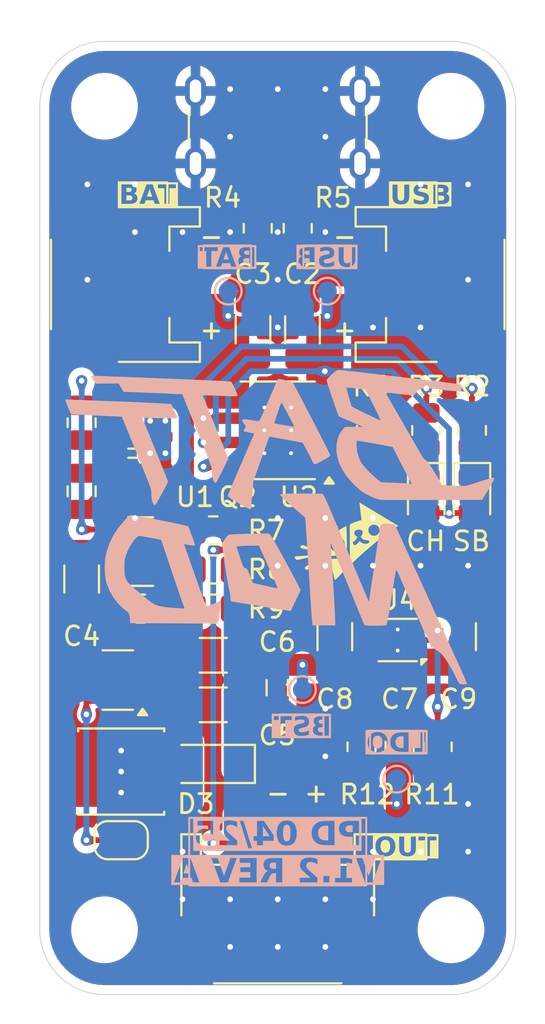
<source format=kicad_pcb>
(kicad_pcb (version 20241229) (generator "pcbnew") (generator_version "9.0")
  (title_block (title "BATTERY MODULE") (date "2025-03-27") (rev "1.2") (company "Chapuzas S.L."))
  (layers (0 "F.Cu" signal) (2 "B.Cu" signal) (13 "F.Paste" user) (15 "B.Paste" user) (5 "F.SilkS" user "F.Silkscreen") (7 "B.SilkS" user "B.Silkscreen") (1 "F.Mask" user) (3 "B.Mask" user) (25 "Edge.Cuts" user))
  (net 0 "")
  (net 1 "GND")
  (net 2 "VUSB")
  (net 3 "VBAT")
  (net 4 "VREG")
  (net 5 "Net-(D3-K)")
  (net 6 "10V5")
  (net 7 "9V")
  (net 8 "Net-(U4-FB)")
  (net 9 "Net-(D1-K)")
  (net 10 "Net-(D2-K)")
  (net 11 "Net-(D3-A)")
  (net 12 "Net-(J2-CC1)")
  (net 13 "Net-(J2-CC2)")
  (net 14 "GBAT")
  (net 15 "Net-(JP1-B)")
  (net 16 "Net-(Q1-G)")
  (net 17 "Net-(Q2-G)")
  (net 18 "Net-(U2-PROG)")
  (net 19 "Net-(U3-FB)")
  (net 20 "BATSW")
  (net 21 "Net-(U2-~{CHRG})")
  (net 22 "Net-(U2-~{STDBY})")
  (net 23 "Net-(U1-SET)")
  (footprint "Resistor_SMD:R_0805_2012Metric" (layer "F.Cu") (at 132.2 100 -90)
    (property "Reference" "R1" (hide yes))
    (property "Value" "10K")
    (pad "1" smd roundrect (at -0.9125 0 270) (size 1.025 1.4) (layers "F.Cu" "F.Mask" "F.Paste") (roundrect_rratio 0.243902) (net 23 "Net-(U1-SET)"))
    (pad "2" smd roundrect (at 0.9125 0 270) (size 1.025 1.4) (layers "F.Cu" "F.Mask" "F.Paste") (roundrect_rratio 0.243902) (net 16 "Net-(Q1-G)"))
  )
  (footprint "MountingHole:MountingHole_3.2mm_M3" (layer "F.Cu") (at 151.6 83.4)
    (property "Reference" "H2" (hide yes))
    (property "Value" "MountingHole" (hide yes))
    (pad "" np_thru_hole circle (at 0 0) (size 3.2 3.2) (drill 3.2) (layers "*.Cu" "*.Mask"))
  )
  (footprint "LED_SMD:LED_0805_2012Metric" (layer "F.Cu") (at 150.3 103.8 -90)
    (property "Reference" "D2" (hide yes))
    (property "Value" "CHRG")
    (pad "1" smd roundrect (at -0.9375 0 270) (size 0.975 1.4) (layers "F.Cu" "F.Mask" "F.Paste") (net 10 "Net-(D2-K)"))
    (pad "2" smd roundrect (at 0.9375 0 270) (size 0.975 1.4) (layers "F.Cu" "F.Mask" "F.Paste") (net 2 "VUSB"))
  )
  (footprint "Resistor_SMD:R_0805_2012Metric" (layer "F.Cu") (at 150.9 117 -90)
    (property "Reference" "R11" (at 2.5 0.3 180) (layer "F.SilkS"))
    (property "Value" "102K")
    (pad "1" smd roundrect (at -0.9125 0 270) (size 1.025 1.4) (layers "F.Cu" "F.Mask" "F.Paste") (roundrect_rratio 0.243902) (net 8 "Net-(U4-FB)"))
    (pad "2" smd roundrect (at 0.9125 0 270) (size 1.025 1.4) (layers "F.Cu" "F.Mask" "F.Paste") (roundrect_rratio 0.243902) (net 7 "9V"))
  )
  (footprint "Custom_Parts:JST_PH_1x02_P2.00MM_SMD_HOR" (layer "F.Cu") (at 135.1 92.75 -90)
    (property "Reference" "J3" (hide yes))
    (property "Value" "BAT")
    (pad "1" smd roundrect (at -1 -2.85 270) (size 1 3.5) (layers "F.Cu" "F.Mask" "F.Paste") (net 14 "GBAT"))
    (pad "2" smd roundrect (at 1 -2.85 270) (size 1 3.5) (layers "F.Cu" "F.Mask" "F.Paste") (net 3 "VBAT"))
    (pad "MP" smd roundrect (at -3.35 2.9 270) (size 1.5 3.4) (layers "F.Cu" "F.Mask" "F.Paste") (roundrect_rratio 0.166667) (net 1 "GND"))
    (pad "MP" smd roundrect (at 3.35 2.9 270) (size 1.5 3.4) (layers "F.Cu" "F.Mask" "F.Paste") (roundrect_rratio 0.166667) (net 1 "GND"))
  )
  (footprint "Custom_Parts:SOT-23_NO_MARK" (layer "F.Cu") (at 135.3 99.8 180)
    (property "Reference" "Q1" (hide yes))
    (property "Value" "SI2312BDS")
    (pad "1" smd roundrect (at -0.9375 -0.95 180) (size 1.475 0.6) (layers "F.Cu" "F.Mask" "F.Paste") (net 16 "Net-(Q1-G)"))
    (pad "2" smd roundrect (at -0.9375 0.95 180) (size 1.475 0.6) (layers "F.Cu" "F.Mask" "F.Paste") (net 14 "GBAT"))
    (pad "3" smd roundrect (at 0.9375 0 180) (size 1.475 0.6) (layers "F.Cu" "F.Mask" "F.Paste") (net 1 "GND"))
  )
  (footprint "MountingHole:MountingHole_3.2mm_M3" (layer "F.Cu") (at 133.4 126.6)
    (property "Reference" "H3" (hide yes))
    (property "Value" "MountingHole" (hide yes))
    (pad "" np_thru_hole circle (at 0 0) (size 3.2 3.2) (drill 3.2) (layers "*.Cu" "*.Mask"))
  )
  (footprint "Capacitor_SMD:C_0805_2012Metric" (layer "F.Cu") (at 132.2 103.6 90)
    (property "Reference" "C1" (hide yes))
    (property "Value" "100n")
    (pad "1" smd roundrect (at -0.95 0 90) (size 1 1.45) (layers "F.Cu" "F.Mask" "F.Paste") (net 3 "VBAT"))
    (pad "2" smd roundrect (at 0.95 0 90) (size 1 1.45) (layers "F.Cu" "F.Mask" "F.Paste") (net 14 "GBAT"))
  )
  (footprint "Package_SON:WSON-6-1EP_2x2mm_P0.65mm_EP1x1.6mm_ThermalVias" (layer "F.Cu") (at 148.8 111.4 180)
    (property "Reference" "U4" (at 0 2.1 180) (layer "F.SilkS"))
    (property "Value" "TLV76701DRVx")
    (pad "1" smd roundrect (at -0.8875 -0.65 180) (size 0.375 0.4) (layers "F.Cu" "F.Mask" "F.Paste") (net 7 "9V"))
    (pad "2" smd roundrect (at -0.8875 0 180) (size 0.375 0.4) (layers "F.Cu" "F.Mask" "F.Paste") (net 8 "Net-(U4-FB)"))
    (pad "3" smd roundrect (at -0.8875 0.65 180) (size 0.375 0.4) (layers "F.Cu" "F.Mask" "F.Paste") (net 1 "GND"))
    (pad "4" smd roundrect (at 0.8875 0.65 180) (size 0.375 0.4) (layers "F.Cu" "F.Mask" "F.Paste") (net 6 "10V5"))
    (pad "5" smd roundrect (at 0.8875 0 180) (size 0.375 0.4) (layers "F.Cu" "F.Mask" "F.Paste") (net 1 "GND"))
    (pad "6" smd roundrect (at 0.8875 -0.65 180) (size 0.375 0.4) (layers "F.Cu" "F.Mask" "F.Paste") (net 6 "10V5"))
    (pad "7" thru_hole circle (at 0 -0.55 180) (size 0.5 0.5) (drill 0.2) (property pad_prop_heatsink) (layers "*.Cu") (net 1 "GND"))
    (pad "7" smd rect (at 0 0 180) (size 0.5 1.6) (property pad_prop_heatsink) (layers "B.Cu") (net 1 "GND"))
    (pad "7" smd rect (at 0 0 180) (size 1 1.6) (property pad_prop_heatsink) (layers "F.Cu" "F.Mask") (net 1 "GND"))
    (pad "7" thru_hole circle (at 0 0.55 180) (size 0.5 0.5) (drill 0.2) (property pad_prop_heatsink) (layers "*.Cu") (net 1 "GND"))
  )
  (footprint "Custom_Parts:SOIC-8-1EP_3.9x4.9MM_P1.27MM_EP2.41x3.3MM" (layer "F.Cu") (at 142.5 100.4 180)
    (property "Reference" "U2" (at -1.1 -3.5 0) (layer "F.SilkS"))
    (property "Value" "TP4056-42-ESOP8")
    (pad "1" smd roundrect (at -2.475 -1.905 180) (size 1.95 0.6) (layers "F.Cu" "F.Mask" "F.Paste") (net 1 "GND"))
    (pad "2" smd roundrect (at -2.475 -0.635 180) (size 1.95 0.6) (layers "F.Cu" "F.Mask" "F.Paste") (net 18 "Net-(U2-PROG)"))
    (pad "3" smd roundrect (at -2.475 0.635 180) (size 1.95 0.6) (layers "F.Cu" "F.Mask" "F.Paste") (net 1 "GND"))
    (pad "4" smd roundrect (at -2.475 1.905 180) (size 1.95 0.6) (layers "F.Cu" "F.Mask" "F.Paste") (net 2 "VUSB"))
    (pad "5" smd roundrect (at 2.475 1.905 180) (size 1.95 0.6) (layers "F.Cu" "F.Mask" "F.Paste") (net 3 "VBAT"))
    (pad "6" smd roundrect (at 2.475 0.635 180) (size 1.95 0.6) (layers "F.Cu" "F.Mask" "F.Paste") (net 22 "Net-(U2-~{STDBY})"))
    (pad "7" smd roundrect (at 2.475 -0.635 180) (size 1.95 0.6) (layers "F.Cu" "F.Mask" "F.Paste") (net 21 "Net-(U2-~{CHRG})"))
    (pad "8" smd roundrect (at 2.475 -1.905 180) (size 1.95 0.6) (layers "F.Cu" "F.Mask" "F.Paste") (net 2 "VUSB"))
    (pad "9" thru_hole circle (at -0.7 -1.2 180) (size 0.5 0.5) (drill 0.2) (property pad_prop_heatsink) (layers "*.Cu") (net 1 "GND"))
    (pad "9" thru_hole circle (at -0.7 0 180) (size 0.5 0.5) (drill 0.2) (property pad_prop_heatsink) (layers "*.Cu") (net 1 "GND"))
    (pad "9" thru_hole circle (at -0.7 1.2 180) (size 0.5 0.5) (drill 0.2) (property pad_prop_heatsink) (layers "*.Cu") (net 1 "GND"))
    (pad "9" smd rect (at 0 0 180) (size 1.9 2.9) (property pad_prop_heatsink) (layers "B.Cu") (net 1 "GND"))
    (pad "9" smd rect (at 0 0 180) (size 2.41 3.3) (property pad_prop_heatsink) (layers "F.Cu" "F.Mask") (net 1 "GND"))
    (pad "9" thru_hole circle (at 0.7 -1.2 180) (size 0.5 0.5) (drill 0.2) (property pad_prop_heatsink) (layers "*.Cu") (net 1 "GND"))
    (pad "9" thru_hole circle (at 0.7 0 180) (size 0.5 0.5) (drill 0.2) (property pad_prop_heatsink) (layers "*.Cu") (net 1 "GND"))
    (pad "9" thru_hole circle (at 0.7 1.2 180) (size 0.5 0.5) (drill 0.2) (property pad_prop_heatsink) (layers "*.Cu") (net 1 "GND"))
  )
  (footprint "MountingHole:MountingHole_3.2mm_M3" (layer "F.Cu") (at 151.6 126.6)
    (property "Reference" "H4" (hide yes))
    (property "Value" "MountingHole" (hide yes))
    (pad "" np_thru_hole circle (at 0 0) (size 3.2 3.2) (drill 3.2) (layers "*.Cu" "*.Mask"))
  )
  (footprint "Custom_Parts:SOT-23_NO_MARK" (layer "F.Cu") (at 135.3 103.4 180)
    (property "Reference" "U1" (at -2.85 -0.5 180) (layer "F.SilkS"))
    (property "Value" "ME2801")
    (pad "1" smd roundrect (at -0.9375 -0.95 180) (size 1.475 0.6) (layers "F.Cu" "F.Mask" "F.Paste") (net 23 "Net-(U1-SET)"))
    (pad "2" smd roundrect (at -0.9375 0.95 180) (size 1.475 0.6) (layers "F.Cu" "F.Mask" "F.Paste") (net 14 "GBAT"))
    (pad "3" smd roundrect (at 0.9375 0 180) (size 1.475 0.6) (layers "F.Cu" "F.Mask" "F.Paste") (net 3 "VBAT"))
  )
  (footprint "Inductor_SMD:L_0805_2012Metric" (layer "F.Cu") (at 142.475 113.9 -90)
    (property "Reference" "FB1" (hide yes))
    (property "Value" "600R")
    (pad "1" smd roundrect (at -1.0625 0 270) (size 0.875 1.2) (layers "F.Cu" "F.Mask" "F.Paste") (net 6 "10V5"))
    (pad "2" smd roundrect (at 1.0625 0 270) (size 0.875 1.2) (layers "F.Cu" "F.Mask" "F.Paste") (net 5 "Net-(D3-K)"))
  )
  (footprint "Capacitor_SMD:C_0805_2012Metric" (layer "F.Cu") (at 148.9 117 -90)
    (property "Reference" "C7" (at -2.5 0 180) (layer "F.SilkS"))
    (property "Value" "10p")
    (pad "1" smd roundrect (at -0.95 0 270) (size 1 1.45) (layers "F.Cu" "F.Mask" "F.Paste") (net 8 "Net-(U4-FB)"))
    (pad "2" smd roundrect (at 0.95 0 270) (size 1 1.45) (layers "F.Cu" "F.Mask" "F.Paste") (net 7 "9V"))
  )
  (footprint "Resistor_SMD:R_0805_2012Metric" (layer "F.Cu") (at 139.1125 109.75)
    (property "Reference" "R9" (at 2.7875 0 0) (layer "F.SilkS"))
    (property "Value" "120K")
    (pad "1" smd roundrect (at -0.9125 0) (size 1.025 1.4) (layers "F.Cu" "F.Mask" "F.Paste") (roundrect_rratio 0.243902) (net 19 "Net-(U3-FB)"))
    (pad "2" smd roundrect (at 0.9125 0) (size 1.025 1.4) (layers "F.Cu" "F.Mask" "F.Paste") (roundrect_rratio 0.243902) (net 6 "10V5"))
  )
  (footprint "Custom_Parts:SOT-23_NO_MARK" (layer "F.Cu") (at 135.3 107 180)
    (property "Reference" "Q2" (at -5.1 3.1 180) (layer "F.SilkS"))
    (property "Value" "SI2301BDS")
    (pad "1" smd roundrect (at -0.9375 -0.95 180) (size 1.475 0.6) (layers "F.Cu" "F.Mask" "F.Paste") (net 17 "Net-(Q2-G)"))
    (pad "2" smd roundrect (at -0.9375 0.95 180) (size 1.475 0.6) (layers "F.Cu" "F.Mask" "F.Paste") (net 3 "VBAT"))
    (pad "3" smd roundrect (at 0.9375 0 180) (size 1.475 0.6) (layers "F.Cu" "F.Mask" "F.Paste") (net 4 "VREG"))
  )
  (footprint "Capacitor_SMD:C_1206_3216Metric" (layer "F.Cu") (at 143.8 95.125 90)
    (property "Reference" "C2" (at 2.925 0 180) (layer "F.SilkS"))
    (property "Value" "10u")
    (pad "1" smd roundrect (at -1.475 0 90) (size 1.15 1.8) (layers "F.Cu" "F.Mask" "F.Paste") (roundrect_rratio 0.217391) (net 2 "VUSB"))
    (pad "2" smd roundrect (at 1.475 0 90) (size 1.15 1.8) (layers "F.Cu" "F.Mask" "F.Paste") (roundrect_rratio 0.217391) (net 1 "GND"))
  )
  (footprint "Resistor_SMD:R_0805_2012Metric" (layer "F.Cu") (at 150.3 100.4 -90)
    (property "Reference" "R3" (at -2.3 0 0) (layer "F.SilkS"))
    (property "Value" "1K")
    (pad "1" smd roundrect (at -0.9125 0 270) (size 1.025 1.4) (layers "F.Cu" "F.Mask" "F.Paste") (roundrect_rratio 0.243902) (net 21 "Net-(U2-~{CHRG})"))
    (pad "2" smd roundrect (at 0.9125 0 270) (size 1.025 1.4) (layers "F.Cu" "F.Mask" "F.Paste") (roundrect_rratio 0.243902) (net 10 "Net-(D2-K)"))
  )
  (footprint "Capacitor_SMD:C_1206_3216Metric" (layer "F.Cu") (at 132.2 108.2 90)
    (property "Reference" "C4" (at -3 0 180) (layer "F.SilkS"))
    (property "Value" "2u2")
    (pad "1" smd roundrect (at -1.475 0 90) (size 1.15 1.8) (layers "F.Cu" "F.Mask" "F.Paste") (roundrect_rratio 0.217391) (net 4 "VREG"))
    (pad "2" smd roundrect (at 1.475 0 90) (size 1.15 1.8) (layers "F.Cu" "F.Mask" "F.Paste") (roundrect_rratio 0.217391) (net 1 "GND"))
  )
  (footprint "Inductor_SMD:L_Changjiang_FNR4030S" (layer "F.Cu") (at 134.275 118.3)
    (property "Reference" "L1" (hide yes))
    (property "Value" "FNR4030S4R7MT")
    (pad "1" smd roundrect (at -1.5 0) (size 1.1 3.7) (layers "F.Cu" "F.Mask" "F.Paste") (roundrect_rratio 0.227273) (net 4 "VREG"))
    (pad "2" smd roundrect (at 1.5 0) (size 1.1 3.7) (layers "F.Cu" "F.Mask" "F.Paste") (roundrect_rratio 0.227273) (net 11 "Net-(D3-A)"))
  )
  (footprint "Package_TO_SOT_SMD:SOT-23-6" (layer "F.Cu") (at 134.1 113.5 180)
    (property "Reference" "U3" (hide yes))
    (property "Value" "TLV61048DBVR")
    (pad "1" smd roundrect (at -1.1375 -0.95 180) (size 1.325 0.6) (layers "F.Cu" "F.Mask" "F.Paste") (net 11 "Net-(D3-A)"))
    (pad "2" smd roundrect (at -1.1375 0 180) (size 1.325 0.6) (layers "F.Cu" "F.Mask" "F.Paste") (net 1 "GND"))
    (pad "3" smd roundrect (at -1.1375 0.95 180) (size 1.325 0.6) (layers "F.Cu" "F.Mask" "F.Paste") (net 19 "Net-(U3-FB)"))
    (pad "4" smd roundrect (at 1.1375 0.95 180) (size 1.325 0.6) (layers "F.Cu" "F.Mask" "F.Paste") (net 4 "VREG"))
    (pad "5" smd roundrect (at 1.1375 0 180) (size 1.325 0.6) (layers "F.Cu" "F.Mask" "F.Paste") (net 4 "VREG"))
    (pad "6" smd roundrect (at 1.1375 -0.95 180) (size 1.325 0.6) (layers "F.Cu" "F.Mask" "F.Paste") (net 15 "Net-(JP1-B)"))
  )
  (footprint "Capacitor_SMD:C_1206_3216Metric" (layer "F.Cu") (at 139.1125 114.8 180)
    (property "Reference" "C5" (at -3.3625 -1.6 0) (layer "F.SilkS"))
    (property "Value" "2u2")
    (pad "1" smd roundrect (at -1.475 0 180) (size 1.15 1.8) (layers "F.Cu" "F.Mask" "F.Paste") (roundrect_rratio 0.217391) (net 5 "Net-(D3-K)"))
    (pad "2" smd roundrect (at 1.475 0 180) (size 1.15 1.8) (layers "F.Cu" "F.Mask" "F.Paste") (roundrect_rratio 0.217391) (net 1 "GND"))
  )
  (footprint "Capacitor_SMD:C_1206_3216Metric" (layer "F.Cu") (at 145.5 111.225 90)
    (property "Reference" "C8" (at -3.275 0 180) (layer "F.SilkS"))
    (property "Value" "2u2")
    (pad "1" smd roundrect (at -1.475 0 90) (size 1.15 1.8) (layers "F.Cu" "F.Mask" "F.Paste") (roundrect_rratio 0.217391) (net 6 "10V5"))
    (pad "2" smd roundrect (at 1.475 0 90) (size 1.15 1.8) (layers "F.Cu" "F.Mask" "F.Paste") (roundrect_rratio 0.217391) (net 1 "GND"))
  )
  (footprint "Resistor_SMD:R_0805_2012Metric" (layer "F.Cu") (at 139.1125 107.7)
    (property "Reference" "R8" (at 2.7875 0 0) (layer "F.SilkS"))
    (property "Value" "10K")
    (pad "1" smd roundrect (at -0.9125 0) (size 1.025 1.4) (layers "F.Cu" "F.Mask" "F.Paste") (roundrect_rratio 0.243902) (net 17 "Net-(Q2-G)"))
    (pad "2" smd roundrect (at 0.9125 0) (size 1.025 1.4) (layers "F.Cu" "F.Mask" "F.Paste") (roundrect_rratio 0.243902) (net 20 "BATSW"))
  )
  (footprint "Resistor_SMD:R_0805_2012Metric" (layer "F.Cu") (at 147.4 100.4 90)
    (property "Reference" "R6" (at 2.3 0 180) (layer "F.SilkS"))
    (property "Value" "2K2")
    (pad "1" smd roundrect (at -0.9125 0 90) (size 1.025 1.4) (layers "F.Cu" "F.Mask" "F.Paste") (roundrect_rratio 0.243902) (net 18 "Net-(U2-PROG)"))
    (pad "2" smd roundrect (at 0.9125 0 90) (size 1.025 1.4) (layers "F.Cu" "F.Mask" "F.Paste") (roundrect_rratio 0.243902) (net 1 "GND"))
  )
  (footprint "Custom_Parts:JST_PH_1x02_P2.00MM_SMD_HOR" (layer "F.Cu") (at 149.9 92.75 90)
    (property "Reference" "J1" (hide yes))
    (property "Value" "USB")
    (pad "1" smd roundrect (at -1 -2.85 90) (size 1 3.5) (layers "F.Cu" "F.Mask" "F.Paste") (net 2 "VUSB"))
    (pad "2" smd roundrect (at 1 -2.85 90) (size 1 3.5) (layers "F.Cu" "F.Mask" "F.Paste") (net 1 "GND"))
    (pad "MP" smd roundrect (at -3.35 2.9 90) (size 1.5 3.4) (layers "F.Cu" "F.Mask" "F.Paste") (roundrect_rratio 0.166667) (net 1 "GND"))
    (pad "MP" smd roundrect (at 3.35 2.9 90) (size 1.5 3.4) (layers "F.Cu" "F.Mask" "F.Paste") (roundrect_rratio 0.166667) (net 1 "GND"))
  )
  (footprint "Jumper:SolderJumper-2_P1.3mm_Open_RoundedPad1.0x1.5mm" (layer "F.Cu") (at 134.275 121.9 180)
    (property "Reference" "JP1" (hide yes))
    (property "Value" "FREQ")
    (pad "1" smd custom (at -0.65 0 180) (size 1 0.5) (layers "F.Cu" "F.Mask") (net 1 "GND") (options (clearance outline) (anchor rect)) (primitives (gr_circle (center 0 0.25) (end 0.5 0.25) (width 0) (fill yes)) (gr_circle (center 0 -0.25) (end 0.5 -0.25) (width 0) (fill yes)) (gr_poly (pts (xy 0.5 0.75) (xy 0 0.75) (xy 0 -0.75) (xy 0.5 -0.75)) (width 0) (fill yes))))
    (pad "2" smd custom (at 0.65 0 180) (size 1 0.5) (layers "F.Cu" "F.Mask") (net 15 "Net-(JP1-B)") (options (clearance outline) (anchor rect)) (primitives (gr_circle (center 0 0.25) (end 0.5 0.25) (width 0) (fill yes)) (gr_circle (center 0 -0.25) (end 0.5 -0.25) (width 0) (fill yes)) (gr_poly (pts (xy 0 0.75) (xy -0.5 0.75) (xy -0.5 -0.75) (xy 0 -0.75)) (width 0) (fill yes))))
  )
  (footprint "Connector_USB:USB_C_Receptacle_GCT_USB4125-xx-x_6P_TopMnt_Horizontal" (layer "F.Cu") (at 142.5 83.4 180)
    (property "Reference" "J2" (hide yes))
    (property "Value" "USB_C_Receptacle_PowerOnly_6P")
    (pad "A5" smd roundrect (at -0.5 -3.08 180) (size 0.7 1.2) (layers "F.Cu" "F.Mask" "F.Paste") (net 12 "Net-(J2-CC1)"))
    (pad "A9" smd roundrect (at 1.52 -3.08) (size 0.76 1.2) (layers "F.Cu" "F.Mask" "F.Paste") (net 2 "VUSB"))
    (pad "A12" smd roundrect (at 2.75 -3.08) (size 0.8 1.2) (layers "F.Cu" "F.Mask" "F.Paste") (net 1 "GND"))
    (pad "B5" smd roundrect (at 0.5 -3.08) (size 0.7 1.2) (layers "F.Cu" "F.Mask" "F.Paste") (net 13 "Net-(J2-CC2)"))
    (pad "B9" smd roundrect (at -1.52 -3.08 180) (size 0.76 1.2) (layers "F.Cu" "F.Mask" "F.Paste") (net 2 "VUSB"))
    (pad "B12" smd roundrect (at -2.75 -3.08 180) (size 0.8 1.2) (layers "F.Cu" "F.Mask" "F.Paste") (net 1 "GND"))
    (pad "S1" thru_hole oval (at -4.32 -3 180) (size 1.1 1.7) (drill oval 0.6 1.2) (property pad_prop_heatsink) (layers "*.Cu" "*.Mask" "F.Paste") (net 1 "GND"))
    (pad "S1" thru_hole oval (at -4.32 0.8 180) (size 1.1 1.7) (drill oval 0.6 1.2) (property pad_prop_heatsink) (layers "*.Cu" "*.Mask" "F.Paste") (net 1 "GND"))
    (pad "S1" thru_hole oval (at 4.32 -3 180) (size 1.1 1.7) (drill oval 0.6 1.2) (property pad_prop_heatsink) (layers "*.Cu" "*.Mask" "F.Paste") (net 1 "GND"))
    (pad "S1" thru_hole oval (at 4.32 0.8 180) (size 1.1 1.7) (drill oval 0.6 1.2) (property pad_prop_heatsink) (layers "*.Cu" "*.Mask" "F.Paste") (net 1 "GND"))
  )
  (footprint "Resistor_SMD:R_0805_2012Metric" (layer "F.Cu") (at 135.3 109.75 180)
    (property "Reference" "R10" (hide yes))
    (property "Value" "10K")
    (pad "1" smd roundrect (at -0.9125 0 180) (size 1.025 1.4) (layers "F.Cu" "F.Mask" "F.Paste") (roundrect_rratio 0.243902) (net 19 "Net-(U3-FB)"))
    (pad "2" smd roundrect (at 0.9125 0 180) (size 1.025 1.4) (layers "F.Cu" "F.Mask" "F.Paste") (roundrect_rratio 0.243902) (net 1 "GND"))
  )
  (footprint "Resistor_SMD:R_0805_2012Metric" (layer "F.Cu") (at 146.9 117 -90)
    (property "Reference" "R12" (at 2.5 -0.3 180) (layer "F.SilkS"))
    (property "Value" "10K")
    (pad "1" smd roundrect (at -0.9125 0 270) (size 1.025 1.4) (layers "F.Cu" "F.Mask" "F.Paste") (roundrect_rratio 0.243902) (net 8 "Net-(U4-FB)"))
    (pad "2" smd roundrect (at 0.9125 0 270) (size 1.025 1.4) (layers "F.Cu" "F.Mask" "F.Paste") (roundrect_rratio 0.243902) (net 1 "GND"))
  )
  (footprint "Capacitor_SMD:C_1206_3216Metric" (layer "F.Cu") (at 141.2 95.125 90)
    (property "Reference" "C3" (at 2.925 0 180) (layer "F.SilkS"))
    (property "Value" "10u")
    (pad "1" smd roundrect (at -1.475 0 90) (size 1.15 1.8) (layers "F.Cu" "F.Mask" "F.Paste") (roundrect_rratio 0.217391) (net 3 "VBAT"))
    (pad "2" smd roundrect (at 1.475 0 90) (size 1.15 1.8) (layers "F.Cu" "F.Mask" "F.Paste") (roundrect_rratio 0.217391) (net 1 "GND"))
  )
  (footprint "Resistor_SMD:R_0805_2012Metric" (layer "F.Cu") (at 152.7 100.4 -90)
    (property "Reference" "R2" (at -2.3 0 0) (layer "F.SilkS"))
    (property "Value" "1K")
    (pad "1" smd roundrect (at -0.9125 0 270) (size 1.025 1.4) (layers "F.Cu" "F.Mask" "F.Paste") (roundrect_rratio 0.243902) (net 22 "Net-(U2-~{STDBY})"))
    (pad "2" smd roundrect (at 0.9125 0 270) (size 1.025 1.4) (layers "F.Cu" "F.Mask" "F.Paste") (roundrect_rratio 0.243902) (net 9 "Net-(D1-K)"))
  )
  (footprint "Resistor_SMD:R_0805_2012Metric" (layer "F.Cu") (at 141.450001 89.8 -90)
    (property "Reference" "R4" (at -1.6 1.850001 180) (layer "F.SilkS"))
    (property "Value" "5K1")
    (pad "1" smd roundrect (at -0.9125 0 270) (size 1.025 1.4) (layers "F.Cu" "F.Mask" "F.Paste") (roundrect_rratio 0.243902) (net 13 "Net-(J2-CC2)"))
    (pad "2" smd roundrect (at 0.9125 0 270) (size 1.025 1.4) (layers "F.Cu" "F.Mask" "F.Paste") (roundrect_rratio 0.243902) (net 1 "GND"))
  )
  (footprint "LED_SMD:LED_0805_2012Metric" (layer "F.Cu") (at 152.7 103.8 -90)
    (property "Reference" "D1" (hide yes))
    (property "Value" "STBY")
    (pad "1" smd roundrect (at -0.9375 0 270) (size 0.975 1.4) (layers "F.Cu" "F.Mask" "F.Paste") (net 9 "Net-(D1-K)"))
    (pad "2" smd roundrect (at 0.9375 0 270) (size 0.975 1.4) (layers "F.Cu" "F.Mask" "F.Paste") (net 2 "VUSB"))
  )
  (footprint "Resistor_SMD:R_0805_2012Metric" (layer "F.Cu") (at 143.55 89.8 -90)
    (property "Reference" "R5" (at -1.6 -1.85 180) (layer "F.SilkS"))
    (property "Value" "5K1")
    (pad "1" smd roundrect (at -0.9125 0 270) (size 1.025 1.4) (layers "F.Cu" "F.Mask" "F.Paste") (roundrect_rratio 0.243902) (net 12 "Net-(J2-CC1)"))
    (pad "2" smd roundrect (at 0.9125 0 270) (size 1.025 1.4) (layers "F.Cu" "F.Mask" "F.Paste") (roundrect_rratio 0.243902) (net 1 "GND"))
  )
  (footprint "Capacitor_SMD:C_1206_3216Metric" (layer "F.Cu") (at 152 111.225 90)
    (property "Reference" "C9" (at -3.275 0 180) (layer "F.SilkS"))
    (property "Value" "2u2")
    (pad "1" smd roundrect (at -1.475 0 90) (size 1.15 1.8) (layers "F.Cu" "F.Mask" "F.Paste") (roundrect_rratio 0.217391) (net 7 "9V"))
    (pad "2" smd roundrect (at 1.475 0 90) (size 1.15 1.8) (layers "F.Cu" "F.Mask" "F.Paste") (roundrect_rratio 0.217391) (net 1 "GND"))
  )
  (footprint "Custom_Parts:JST_PH_1x03_P2.00MM_SMD_HOR" (layer "F.Cu") (at 142.5 124.9)
    (property "Reference" "J4" (hide yes))
    (property "Value" "OUT")
    (pad "1" smd roundrect (at -2 -2.85) (size 1 3.5) (layers "F.Cu" "F.Mask" "F.Paste") (net 20 "BATSW"))
    (pad "2" smd roundrect (at 0 -2.85) (size 1 3.5) (layers "F.Cu" "F.Mask" "F.Paste") (net 1 "GND"))
    (pad "3" smd roundrect (at 2 -2.85) (size 1 3.5) (layers "F.Cu" "F.Mask" "F.Paste") (net 7 "9V"))
    (pad "MP" smd roundrect (at -4.35 2.9) (size 1.5 3.4) (layers "F.Cu" "F.Mask" "F.Paste") (roundrect_rratio 0.166667) (net 1 "GND"))
    (pad "MP" smd roundrect (at 4.35 2.9) (size 1.5 3.4) (layers "F.Cu" "F.Mask" "F.Paste") (roundrect_rratio 0.166667) (net 1 "GND"))
  )
  (footprint "MountingHole:MountingHole_3.2mm_M3" (layer "F.Cu") (at 133.4 83.4)
    (property "Reference" "H1" (hide yes))
    (property "Value" "MountingHole" (hide yes))
    (pad "" np_thru_hole circle (at 0 0) (size 3.2 3.2) (drill 3.2) (layers "*.Cu" "*.Mask"))
  )
  (footprint "Capacitor_SMD:C_1206_3216Metric" (layer "F.Cu") (at 139.1125 112.2 180)
    (property "Reference" "C6" (at -3.3625 0.7 0) (layer "F.SilkS"))
    (property "Value" "2u2")
    (pad "1" smd roundrect (at -1.475 0 180) (size 1.15 1.8) (layers "F.Cu" "F.Mask" "F.Paste") (roundrect_rratio 0.217391) (net 6 "10V5"))
    (pad "2" smd roundrect (at 1.475 0 180) (size 1.15 1.8) (layers "F.Cu" "F.Mask" "F.Paste") (roundrect_rratio 0.217391) (net 1 "GND"))
  )
  (footprint "Resistor_SMD:R_0805_2012Metric" (layer "F.Cu") (at 139.1125 105.65)
    (property "Reference" "R7" (at 2.7875 0 0) (layer "F.SilkS"))
    (property "Value" "1M")
    (pad "1" smd roundrect (at -0.9125 0) (size 1.025 1.4) (layers "F.Cu" "F.Mask" "F.Paste") (roundrect_rratio 0.243902) (net 3 "VBAT"))
    (pad "2" smd roundrect (at 0.9125 0) (size 1.025 1.4) (layers "F.Cu" "F.Mask" "F.Paste") (roundrect_rratio 0.243902) (net 20 "BATSW"))
  )
  (footprint "Logos:Cat" (layer "F.Cu") (at 146.1 106.2 180)
    (property "Reference" "G***" (hide yes))
    (property "Value" "LOGO" (hide yes))
  )
  (footprint "Diode_SMD:D_SOD-123F" (layer "F.Cu") (at 139.09 117.9 180)
    (property "Reference" "D3" (at 0.89 -2.1 0) (layer "F.SilkS"))
    (property "Value" "DSS34")
    (pad "1" smd roundrect (at -1.4 0 180) (size 1.1 1.1) (layers "F.Cu" "F.Mask" "F.Paste") (roundrect_rratio 0.2272727273) (net 5 "Net-(D3-K)"))
    (pad "2" smd roundrect (at 1.4 0 180) (size 1.1 1.1) (layers "F.Cu" "F.Mask" "F.Paste") (roundrect_rratio 0.2272727273) (net 11 "Net-(D3-A)"))
  )
  (footprint "TestPoint:TestPoint_Pad_D1.0mm" (layer "B.Cu") (at 148.75 118.7)
    (property "Reference" "TP4" (hide yes))
    (property "Value" "LDO" (at 0.02 -1.85 180) (layer "B.SilkS" knockout) (effects (font (thickness 0.2) (bold yes)) (justify mirror)))
    (pad "1" smd circle (at 0 0) (size 1 1) (layers "B.Cu" "B.Mask") (net 7 "9V"))
  )
  (footprint "TestPoint:TestPoint_Pad_D1.0mm" (layer "B.Cu") (at 139.9 93.1)
    (property "Reference" "TP2" (hide yes))
    (property "Value" "BAT" (at 0 -1.7 180) (layer "B.SilkS" knockout) (effects (font (thickness 0.2) (bold yes)) (justify mirror)))
    (pad "1" smd circle (at 0 0) (size 1 1) (layers "B.Cu" "B.Mask") (net 3 "VBAT"))
  )
  (footprint "TestPoint:TestPoint_Pad_D1.0mm" (layer "B.Cu") (at 145.1 93.1)
    (property "Reference" "TP1" (hide yes))
    (property "Value" "USB" (at 0 -1.7 180) (layer "B.SilkS" knockout) (effects (font (thickness 0.2) (bold yes)) (justify mirror)))
    (pad "1" smd circle (at 0 0) (size 1 1) (layers "B.Cu" "B.Mask") (net 2 "VUSB"))
  )
  (footprint "TestPoint:TestPoint_Pad_D1.0mm" (layer "B.Cu") (at 143.8 114)
    (property "Reference" "TP3" (hide yes))
    (property "Value" "BST" (at 0 2 180) (layer "B.SilkS" knockout) (effects (font (thickness 0.2) (bold yes)) (justify mirror)))
    (pad "1" smd circle (at 0 0) (size 1 1) (layers "B.Cu" "B.Mask") (net 6 "10V5"))
  )
  (footprint "Logos:BattMod" (layer "B.Cu") (at 139.946058 105.4 180)
    (property "Reference" "G***" (hide yes))
    (property "Value" "LOGO" (hide yes))
  )
  (gr_rect (start 134.16 87.4) (end 136.7 88.69) (stroke (width 0.12)) (fill no) (layer "F.SilkS"))
  (gr_rect (start 147.56 121.59) (end 150.3 122.9) (stroke (width 0.12)) (fill no) (layer "F.SilkS"))
  (gr_rect (start 148.4 87.4) (end 150.84 88.69) (stroke (width 0.12)) (fill no) (layer "F.SilkS"))
  (gr_rect (start 143.85 90.7) (end 146.35 91.9) (stroke (width 0.1)) (fill no) (layer "B.SilkS"))
  (gr_rect (start 147.35 116.155) (end 150.15 117.355) (stroke (width 0.1)) (fill no) (layer "B.SilkS"))
  (gr_rect (start 142.6 115.3) (end 144.9 116.5) (stroke (width 0.1)) (fill no) (layer "B.SilkS"))
  (gr_rect (start 138.6 90.7) (end 141.1 91.9) (stroke (width 0.1)) (fill no) (layer "B.SilkS"))
  (gr_rect (start 137.85 120.725) (end 147.15 124.275) (stroke (width 0.1)) (fill no) (layer "B.SilkS"))
  (gr_arc (start 151.6 80) (mid 154.004163 80.995837) (end 155 83.4) (stroke (width 0.05)) (layer "Edge.Cuts"))
  (gr_line (start 151.6 130) (end 133.4 130) (stroke (width 0.05)) (layer "Edge.Cuts"))
  (gr_line (start 130 126.6) (end 130 83.4) (stroke (width 0.05)) (layer "Edge.Cuts"))
  (gr_line (start 133.4 80) (end 151.6 80) (stroke (width 0.05)) (layer "Edge.Cuts"))
  (gr_arc (start 133.4 130) (mid 130.995837 129.004163) (end 130 126.6) (stroke (width 0.05)) (layer "Edge.Cuts"))
  (gr_arc (start 130 83.4) (mid 130.995837 80.995837) (end 133.4 80) (stroke (width 0.05)) (layer "Edge.Cuts"))
  (gr_line (start 155 83.4) (end 155 126.6) (stroke (width 0.05)) (layer "Edge.Cuts"))
  (gr_arc (start 155 126.6) (mid 154.004163 129.004163) (end 151.6 130) (stroke (width 0.05)) (layer "Edge.Cuts"))
  (gr_text "-" (at 138.3 90.8 0) (layer "F.SilkS") (effects (font (size 1 1)) (justify left bottom)))
  (gr_text "+" (at 143.8 120 0) (layer "F.SilkS") (effects (font (size 1 1)) (justify left bottom)))
  (gr_text "-" (at 141.8 120 0) (layer "F.SilkS") (effects (font (size 1 1)) (justify left bottom)))
  (gr_text "BAT" (at 134.16 88.69 0) (layer "F.SilkS" knockout) (effects (font (size 1 1) (thickness 0.2) (bold yes)) (justify left bottom)))
  (gr_text "+" (at 145.3 95.7 0) (layer "F.SilkS") (effects (font (size 1 1)) (justify left bottom)))
  (gr_text "CH" (at 149.151191 106.8 0) (layer "F.SilkS") (effects (font (size 1 1)) (justify left bottom)))
  (gr_text "USB" (at 148.4 88.7 0) (layer "F.SilkS" knockout) (effects (font (size 1 1) (thickness 0.2) (bold yes)) (justify left bottom)))
  (gr_text "-" (at 145.3 90.8 0) (layer "F.SilkS") (effects (font (size 1 1)) (justify left bottom)))
  (gr_text "OUT" (at 147.56 122.9 0) (layer "F.SilkS" knockout) (effects (font (size 1 1) (thickness 0.2) (bold yes)) (justify left bottom)))
  (gr_text "SB" (at 151.59881 106.8 0) (layer "F.SilkS") (effects (font (size 1 1)) (justify left bottom)))
  (gr_text "+" (at 138.3 95.7 0) (layer "F.SilkS") (effects (font (size 1 1)) (justify left bottom)))
  (gr_text "PD 04/25" (at 142.5 122.375 0) (layer "B.SilkS" knockout) (effects (font (size 1.25 1.25) (thickness 0.25) (bold yes)) (justify bottom mirror)))
  (gr_text "V1.2 REV A" (at 142.5 124.325 0) (layer "B.SilkS" knockout) (effects (font (size 1.25 1.25) (thickness 0.25) (bold yes)) (justify bottom mirror)))
  (segment (start 134.3875 109.75) (end 134.1 110.0375) (width 0.5) (layer "F.Cu") (net 1))
  (segment (start 147.95 111.4) (end 148.8 111.4) (width 0.4) (layer "F.Cu") (net 1))
  (segment (start 134.1 110.0375) (end 134.1 117.025) (width 0.5) (layer "F.Cu") (net 1))
  (segment (start 134.1 117.025) (end 134.275 117.2) (width 0.5) (layer "F.Cu") (net 1))
  (via (at 145 85) (size 0.6) (drill 0.3) (layers "F.Cu" "B.Cu") (net 1))
  (via (at 142.5 82.5) (size 0.6) (drill 0.3) (layers "F.Cu" "B.Cu") (net 1))
  (via (at 135 90) (size 0.6) (drill 0.3) (layers "F.Cu" "B.Cu") (net 1))
  (via (at 137.5 125) (size 0.6) (drill 0.3) (layers "F.Cu" "B.Cu") (net 1))
  (via (at 147.5 105) (size 0.6) (drill 0.3) (layers "F.Cu" "B.Cu") (net 1))
  (via (at 145 82.5) (size 0.6) (drill 0.3) (layers "F.Cu" "B.Cu") (net 1))
  (via (at 140 90) (size 0.6) (drill 0.3) (layers "F.Cu" "B.Cu") (net 1))
  (via (at 135 87.5) (size 0.6) (drill 0.3) (layers "F.Cu" "B.Cu") (net 1))
  (via (at 145 117.5) (size 0.6) (drill 0.3) (layers "F.Cu" "B.Cu") (net 1))
  (via (at 147.5 95) (size 0.6) (drill 0.3) (layers "F.Cu" "B.Cu") (net 1))
  (via (at 145 107.5) (size 0.6) (drill 0.3) (layers "F.Cu" "B.Cu") (net 1))
  (via (at 134.275 118.3) (size 0.6) (drill 0.3) (layers "F.Cu" "B.Cu") (net 1))
  (via (at 132.5 87.5) (size 0.6) (drill 0.3) (layers "F.Cu" "B.Cu") (net 1))
  (via (at 145 90) (size 0.6) (drill 0.3) (layers "F.Cu" "B.Cu") (net 1))
  (via (at 142.5 125) (size 0.6) (drill 0.3) (layers "F.Cu" "B.Cu") (net 1))
  (via (at 152.5 120) (size 0.6) (drill 0.3) (layers "F.Cu" "B.Cu") (net 1))
  (via (at 137.5 122.5) (size 0.6) (drill 0.3) (layers "F.Cu" "B.Cu") (net 1))
  (via (at 145 127.5) (size 0.6) (drill 0.3) (layers "F.Cu" "B.Cu") (net 1))
  (via (at 150 122.5) (size 0.6) (drill 0.3) (layers "F.Cu" "B.Cu") (net 1))
  (via (at 147.5 125) (size 0.6) (drill 0.3) (layers "F.Cu" "B.Cu") (net 1))
  (via (at 140 85) (size 0.6) (drill 0.3) (layers "F.Cu" "B.Cu") (net 1))
  (via (at 142.5 92.5) (size 0.6) (drill 0.3) (layers "F.Cu" "B.Cu") (net 1))
  (via (at 134.275 117.2) (size 0.6) (drill 0.3) (layers "F.Cu" "B.Cu") (net 1))
  (via (at 142.5 90) (size 0.6) (drill 0.3) (layers "F.Cu" "B.Cu") (net 1))
  (via (at 147.5 122.5) (size 0.6) (drill 0.3) (layers "F.Cu" "B.Cu") (net 1))
  (via (at 145 125) (size 0.6) (drill 0.3) (layers "F.Cu" "B.Cu") (net 1))
  (via (at 142.5 127.5) (size 0.6) (drill 0.3) (layers "F.Cu" "B.Cu") (net 1))
  (via (at 145 105) (size 0.6) (drill 0.3) (layers "F.Cu" "B.Cu") (net 1))
  (via (at 140 127.5) (size 0.6) (drill 0.3) (layers "F.Cu" "B.Cu") (net 1))
  (via (at 150 107.5) (size 0.6) (drill 0.3) (layers "F.Cu" "B.Cu") (net 1))
  (via (at 142.5 107.5) (size 0.6) (drill 0.3) (layers "F.Cu" "B.Cu") (net 1))
  (via (at 134.275 119.4) (size 0.6) (drill 0.3) (layers "F.Cu" "B.Cu") (net 1))
  (via (at 152.5 107.5) (size 0.6) (drill 0.3) (layers "F.Cu" "B.Cu") (net 1))
  (via (at 150 87.5) (size 0.6) (drill 0.3) (layers "F.Cu" "B.Cu") (net 1))
  (via (at 150 95) (size 0.6) (drill 0.3) (layers "F.Cu" "B.Cu") (net 1))
  (via (at 140 82.5) (size 0.6) (drill 0.3) (layers "F.Cu" "B.Cu") (net 1))
  (via (at 132.5 92.5) (size 0.6) (drill 0.3) (layers "F.Cu" "B.Cu") (net 1))
  (via (at 147.5 107.5) (size 0.6) (drill 0.3) (layers "F.Cu" "B.Cu") (net 1))
  (via (at 135 105) (size 0.6) (drill 0.3) (layers "F.Cu" "B.Cu") (net 1))
  (via (at 145 115) (size 0.6) (drill 0.3) (layers "F.Cu" "B.Cu") (net 1))
  (via (at 137.5 90) (size 0.6) (drill 0.3) (layers "F.Cu" "B.Cu") (net 1))
  (via (at 142.5 95) (size 0.6) (drill 0.3) (layers "F.Cu" "B.Cu") (net 1))
  (via (at 140 125) (size 0.6) (drill 0.3) (layers "F.Cu" "B.Cu") (net 1))
  (via (at 142.5 105) (size 0.6) (drill 0.3) (layers "F.Cu" "B.Cu") (net 1))
  (via (at 152.5 122.5) (size 0.6) (drill 0.3) (layers "F.Cu" "B.Cu") (net 1))
  (via (at 152.5 92.5) (size 0.6) (drill 0.3) (layers "F.Cu" "B.Cu") (net 1))
  (via (at 152.5 87.5) (size 0.6) (drill 0.3) (layers "F.Cu" "B.Cu") (net 1))
  (segment (start 149.6 92.5) (end 148.35 93.75) (width 0.6) (layer "F.Cu") (net 2))
  (segment (start 141.481 85.2) (end 143.519 85.2) (width 0.6) (layer "F.Cu") (net 2))
  (segment (start 148.35 89.2) (end 149.6 90.45) (width 0.6) (layer "F.Cu") (net 2))
  (segment (start 141.481 85.2) (end 140.98 85.701) (width 0.6) (layer "F.Cu") (net 2))
  (segment (start 140.025 102.305) (end 138.6 102.305) (width 0.3) (layer "F.Cu") (net 2))
  (segment (start 149.6 90.45) (end 149.6 92.5) (width 0.6) (layer "F.Cu") (net 2))
  (segment (start 145.7 89.2) (end 148.35 89.2) (width 0.6) (layer "F.Cu") (net 2))
  (segment (start 144.02 86.48) (end 144.02 87.52) (width 0.6) (layer "F.Cu") (net 2))
  (segment (start 140.98 85.701) (end 140.98 86.48) (width 0.6) (layer "F.Cu") (net 2))
  (segment (start 143.519 85.2) (end 144.02 85.701) (width 0.6) (layer "F.Cu") (net 2))
  (segment (start 144.02 85.701) (end 144.02 86.48) (width 0.6) (layer "F.Cu") (net 2))
  (segment (start 150.3 104.7375) (end 152.7 104.7375) (width 0.3) (layer "F.Cu") (net 2))
  (segment (start 144.02 87.52) (end 145.7 89.2) (width 0.6) (layer "F.Cu") (net 2))
  (via (at 151.5 104.7375) (size 0.6) (drill 0.3) (layers "F.Cu" "B.Cu") (net 2))
  (via (at 144.975 97.3) (size 0.6) (drill 0.3) (layers "F.Cu" "B.Cu") (net 2))
  (via (at 138.6 102.305) (size 0.6) (drill 0.3) (layers "F.Cu" "B.Cu") (net 2))
  (via (at 145.1 94.4) (size 0.6) (drill 0.3) (layers "F.Cu" "B.Cu") (net 2))
  (segment (start 141.1 97.3) (end 144.975 97.3) (width 0.3) (layer "B.Cu") (net 2))
  (segment (start 138.6 102.305) (end 139.9 101.005) (width 0.3) (layer "B.Cu") (net 2))
  (segment (start 145.1 94.4) (end 145.1 93.1) (width 0.6) (layer "B.Cu") (net 2))
  (segment (start 151.5 100.320654) (end 148.479346 97.3) (width 0.3) (layer "B.Cu") (net 2))
  (segment (start 148.479346 97.3) (end 144.975 97.3) (width 0.3) (layer "B.Cu") (net 2))
  (segment (start 151.5 104.7375) (end 151.5 100.320654) (width 0.3) (layer "B.Cu") (net 2))
  (segment (start 139.9 98.5) (end 141.1 97.3) (width 0.3) (layer "B.Cu") (net 2))
  (segment (start 139.9 101.005) (end 139.9 98.5) (width 0.3) (layer "B.Cu") (net 2))
  (segment (start 132.45 104.35) (end 132.65 104.35) (width 0.6) (layer "F.Cu") (net 3))
  (segment (start 132.65 104.35) (end 133.6 103.4) (width 0.6) (layer "F.Cu") (net 3))
  (segment (start 133.6 103.4) (end 134.3625 103.4) (width 0.6) (layer "F.Cu") (net 3))
  (via (at 139.9 94.4) (size 0.6) (drill 0.3) (layers "F.Cu" "B.Cu") (net 3))
  (segment (start 139.9 94.4) (end 139.9 93.1) (width 0.6) (layer "B.Cu") (net 3))
  (via (at 143.8 112.7) (size 0.6) (drill 0.3) (layers "F.Cu" "B.Cu") (net 6))
  (segment (start 143.8 114) (end 143.8 112.7) (width 0.6) (layer "B.Cu") (net 6))
  (via (at 148.75 120) (size 0.6) (drill 0.3) (layers "F.Cu" "B.Cu") (net 7))
  (segment (start 148.75 120) (end 148.75 118.7) (width 0.6) (layer "B.Cu") (net 7))
  (segment (start 150.9 116.0875) (end 146.9 116.0875) (width 0.3) (layer "F.Cu") (net 8))
  (segment (start 150.9 116.0875) (end 150.9 114.9) (width 0.3) (layer "F.Cu") (net 8))
  (segment (start 150.4 111.4) (end 150.9 110.9) (width 0.3) (layer "F.Cu") (net 8))
  (segment (start 149.6875 111.4) (end 150.4 111.4) (width 0.3) (layer "F.Cu") (net 8))
  (via (at 150.9 110.9) (size 0.6) (drill 0.3) (layers "F.Cu" "B.Cu") (net 8))
  (via (at 150.9 114.9) (size 0.6) (drill 0.3) (layers "F.Cu" "B.Cu") (net 8))
  (segment (start 150.9 114.9) (end 150.9 110.9) (width 0.3) (layer "B.Cu") (net 8))
  (segment (start 152.7 101.3125) (end 152.7 102.8625) (width 0.3) (layer "F.Cu") (net 9))
  (segment (start 150.3 101.3125) (end 150.3 102.8625) (width 0.3) (layer "F.Cu") (net 10))
  (segment (start 143 86.48) (end 143 89) (width 0.3) (layer "F.Cu") (net 12))
  (segment (start 142 86.48) (end 142 89) (width 0.3) (layer "F.Cu") (net 13))
  (segment (start 136.2375 102.45) (end 132.2 102.45) (width 0.6) (layer "F.Cu") (net 14))
  (via (at 135.8 101.6) (size 0.6) (drill 0.3) (layers "F.Cu" "B.Cu") (net 14))
  (via (at 136.6 101.6) (size 0.6) (drill 0.3) (layers "F.Cu" "B.Cu") (net 14))
  (via (at 136.6 99.9) (size 0.6) (drill 0.3) (layers "F.Cu" "B.Cu") (net 14))
  (via (at 135.8 99.9) (size 0.6) (drill 0.3) (layers "F.Cu" "B.Cu") (net 14))
  (segment (start 132.45 115.3) (end 132.45 114.45) (width 0.3) (layer "F.Cu") (net 15))
  (segment (start 132.45 121.9) (end 133.625 121.9) (width 0.3) (layer "F.Cu") (net 15))
  (via (at 132.45 121.9) (size 0.6) (drill 0.3) (layers "F.Cu" "B.Cu") (net 15))
  (via (at 132.45 115.3) (size 0.6) (drill 0.3) (layers "F.Cu" "B.Cu") (net 15))
  (segment (start 132.45 115.3) (end 132.45 121.9) (width 0.3) (layer "B.Cu") (net 15))
  (segment (start 132.2375 100.75) (end 132.2 100.7125) (width 0.3) (layer "F.Cu") (net 16))
  (segment (start 136.2375 100.75) (end 132.2375 100.75) (width 0.3) (layer "F.Cu") (net 16))
  (segment (start 136.2375 107.95) (end 138.1 107.95) (width 0.3) (layer "F.Cu") (net 17))
  (segment (start 144.975 101.035) (end 147.1225 101.035) (width 0.3) (layer "F.Cu") (net 18))
  (segment (start 138.2 109.75) (end 136.2125 109.75) (width 0.5) (layer "F.Cu") (net 19))
  (segment (start 139.1125 122.05) (end 140.5 122.05) (width 0.3) (layer "F.Cu") (net 20))
  (segment (start 140.025 105.65) (end 140.025 107.7) (width 0.3) (layer "F.Cu") (net 20))
  (segment (start 139.1125 106.675) (end 140 106.675) (width 0.3) (layer "F.Cu") (net 20))
  (via (at 139.1125 106.675) (size 0.6) (drill 0.3) (layers "F.Cu" "B.Cu") (net 20))
  (via (at 139.1125 122.05) (size 0.6) (drill 0.3) (layers "F.Cu" "B.Cu") (net 20))
  (segment (start 139.1125 122.05) (end 139.1125 106.675) (width 0.3) (layer "B.Cu") (net 20))
  (segment (start 150.3 99.4875) (end 150.3 98.2) (width 0.3) (layer "F.Cu") (net 21))
  (segment (start 138.6 101.035) (end 140.025 101.035) (width 0.3) (layer "F.Cu") (net 21))
  (via (at 150.3 98.2) (size 0.6) (drill 0.3) (layers "F.Cu" "B.Cu") (net 21))
  (via (at 138.6 101.035) (size 0.6) (drill 0.3) (layers "F.Cu" "B.Cu") (net 21))
  (segment (start 139.251 98.249) (end 140.851 96.649) (width 0.3) (layer "B.Cu") (net 21))
  (segment (start 148.749 96.649) (end 150.3 98.2) (width 0.3) (layer "B.Cu") (net 21))
  (segment (start 140.851 96.649) (end 148.749 96.649) (width 0.3) (layer "B.Cu") (net 21))
  (segment (start 139.251 100.384) (end 139.251 98.249) (width 0.3) (layer "B.Cu") (net 21))
  (segment (start 138.6 101.035) (end 139.251 100.384) (width 0.3) (layer "B.Cu") (net 21))
  (segment (start 138.6 101.035) (end 138.6 101) (width 0.3) (layer "B.Cu") (net 21))
  (segment (start 152.7 99.4875) (end 152.7 98.2) (width 0.3) (layer "F.Cu") (net 22))
  (segment (start 138.6 99.765) (end 140.025 99.765) (width 0.3) (layer "F.Cu") (net 22))
  (via (at 138.6 99.765) (size 0.6) (drill 0.3) (layers "F.Cu" "B.Cu") (net 22))
  (via (at 152.7 98.2) (size 0.6) (drill 0.3) (layers "F.Cu" "B.Cu") (net 22))
  (segment (start 138.6 97.99574) (end 140.59574 96) (width 0.3) (layer "B.Cu") (net 22))
  (segment (start 140.59574 96) (end 149.020654 96) (width 0.3) (layer "B.Cu") (net 22))
  (segment (start 138.6 99.765) (end 138.6 97.99574) (width 0.3) (layer "B.Cu") (net 22))
  (segment (start 149.020654 96) (end 151.220654 98.2) (width 0.3) (layer "B.Cu") (net 22))
  (segment (start 151.220654 98.2) (end 152.7 98.2) (width 0.3) (layer "B.Cu") (net 22))
  (segment (start 136.2375 104.35) (end 134.25 104.35) (width 0.3) (layer "F.Cu") (net 23))
  (segment (start 133 105.6) (end 132.2 105.6) (width 0.3) (layer "F.Cu") (net 23))
  (segment (start 134.25 104.35) (end 133 105.6) (width 0.3) (layer "F.Cu") (net 23))
  (segment (start 132.2 99.0875) (end 132.2 97.8) (width 0.3) (layer "F.Cu") (net 23))
  (via (at 132.2 97.8) (size 0.6) (drill 0.3) (layers "F.Cu" "B.Cu") (net 23))
  (via (at 132.2 105.6) (size 0.6) (drill 0.3) (layers "F.Cu" "B.Cu") (net 23))
  (segment (start 132.2 105.6) (end 132.2 97.8) (width 0.3) (layer "B.Cu") (net 23))
  (zone (net 3) (net_name "VBAT") (layer "F.Cu") (priority 1) (connect_pads yes (clearance 0.2)) (min_thickness 0.25) (fill yes (thermal_gap 0.5) (thermal_bridge_width 0.5) (smoothing fillet) (radius 0.3))
    (polygon (pts (xy 141 93.25) (xy 141 99.265) (xy 138.685 99.265) (xy 138.095 99.845) (xy 138.1 104.95) (xy 138.45 104.95) (xy 138.45 106.35) (xy 136.15 106.35) (xy 136.15 105.75) (xy 137.2 105.75) (xy 137.2 103.7) (xy 134 103.7) (xy 134 103.1) (xy 137.3 103.1) (xy 137.3 93.25)))
  )
  (zone (net 1) (net_name "GND") (layer "F.Cu") (connect_pads thru_hole_only (clearance 0.4)) (min_thickness 0.25) (fill yes (thermal_gap 0.5) (thermal_bridge_width 0.5))
    (polygon (pts (xy 129 79) (xy 129 131) (xy 156 131) (xy 156 79)))
  )
  (zone (net 19) (net_name "Net-(U3-FB)") (layer "F.Cu") (priority 6) (connect_pads yes (clearance 0.2)) (min_thickness 0.25) (fill yes (thermal_gap 0.5) (thermal_bridge_width 0.5) (smoothing fillet) (radius 0.3))
    (polygon (pts (xy 136.725 110.45) (xy 135.9 110.45) (xy 135.9 112.85) (xy 135.225 112.85) (xy 135.225 109.05) (xy 136.725 109.05)))
  )
  (zone (net 4) (net_name "VREG") (layer "F.Cu") (priority 3) (connect_pads yes (clearance 0.2)) (min_thickness 0.25) (fill yes (thermal_gap 0.5) (thermal_bridge_width 0.5) (smoothing fillet) (radius 0.3))
    (polygon (pts (xy 133.625 106.7) (xy 133.625 107.8) (xy 131.3 107.8) (xy 131.3 120.15) (xy 133.325 120.15) (xy 133.325 114.95) (xy 133.1 114.95) (xy 133.1 108.5) (xy 135.1 108.5) (xy 135.1 106.7)))
  )
  (zone (net 7) (net_name "9V") (layer "F.Cu") (priority 7) (connect_pads yes (clearance 0.2)) (min_thickness 0.25) (fill yes (thermal_gap 0.5) (thermal_bridge_width 0.5) (smoothing fillet) (radius 0.3))
    (polygon (pts (xy 149.5 111.85) (xy 152.9 111.85) (xy 152.9 118.425) (xy 149.6 118.425) (xy 149.6 121.3) (xy 144 121.3) (xy 144 120.3) (xy 148.175 120.3) (xy 148.175 117.4) (xy 151.9 117.4) (xy 151.9 113.275) (xy 149.5 113.275)))
  )
  (zone (net 6) (net_name "10V5") (layer "F.Cu") (priority 5) (connect_pads yes (clearance 0.2)) (min_thickness 0.25) (fill yes (thermal_gap 0.5) (thermal_bridge_width 0.5) (smoothing fillet) (radius 0.3))
    (polygon (pts (xy 139.94 113.275) (xy 139.94 109.05) (xy 143.075 109.05) (xy 143.075 112.125) (xy 146.8 112.125) (xy 146.8 110.55) (xy 148.1 110.55) (xy 148.1 113.275)))
  )
  (zone (net 5) (net_name "Net-(D3-K)") (layer "F.Cu") (priority 5) (connect_pads yes (clearance 0.2)) (min_thickness 0.25) (fill yes (thermal_gap 0.5) (thermal_bridge_width 0.5) (smoothing fillet) (radius 0.3))
    (polygon (pts (xy 139.94 118.45) (xy 139.94 113.725) (xy 143.075 113.725) (xy 143.075 118.45)))
  )
  (zone (net 11) (net_name "Net-(D3-A)") (layer "F.Cu") (priority 4) (connect_pads yes (clearance 0.2)) (min_thickness 0.25) (fill yes (thermal_gap 0.5) (thermal_bridge_width 0.5) (smoothing fillet) (radius 0.3))
    (polygon (pts (xy 135.225 114.15) (xy 135.225 120.15) (xy 138.24 120.15) (xy 138.24 116.45) (xy 135.9 116.45) (xy 135.9 114.15)))
  )
  (zone (net 14) (net_name "GBAT") (layer "F.Cu") (priority 2) (connect_pads yes (clearance 0.2)) (min_thickness 0.25) (fill yes (thermal_gap 0.5) (thermal_bridge_width 0.5) (smoothing fillet) (radius 0.3))
    (polygon (pts (xy 137.575 91.25) (xy 137.575 92.25) (xy 136.9 92.25) (xy 136.9 102.75) (xy 135.5 102.75) (xy 135.5 91.25)))
  )
  (zone (net 2) (net_name "VUSB") (layer "F.Cu") (priority 1) (connect_pads yes (clearance 0.2)) (min_thickness 0.25) (fill yes (thermal_gap 0.5) (thermal_bridge_width 0.5) (smoothing fillet) (radius 0.3))
    (polygon (pts (xy 145.95 93.25) (xy 145.95 98.725) (xy 144 98.725) (xy 144 93.25)))
  )
  (zone (net 1) (net_name "GND") (layer "B.Cu") (connect_pads (clearance 0.4)) (min_thickness 0.25) (fill yes (thermal_gap 0.5) (thermal_bridge_width 0.5))
    (polygon (pts (xy 129 79) (xy 129 131) (xy 156 131) (xy 156 79)))
  )
  (zone (net 14) (net_name "GBAT") (layer "B.Cu") (priority 8) (connect_pads yes (clearance 0.2)) (min_thickness 0.25) (fill yes (thermal_gap 0.5) (thermal_bridge_width 0.5) (smoothing fillet) (radius 0.3))
    (polygon (pts (xy 135.5 99.5) (xy 136.9 99.5) (xy 136.9 102) (xy 135.5 102)))
  )
)
</source>
